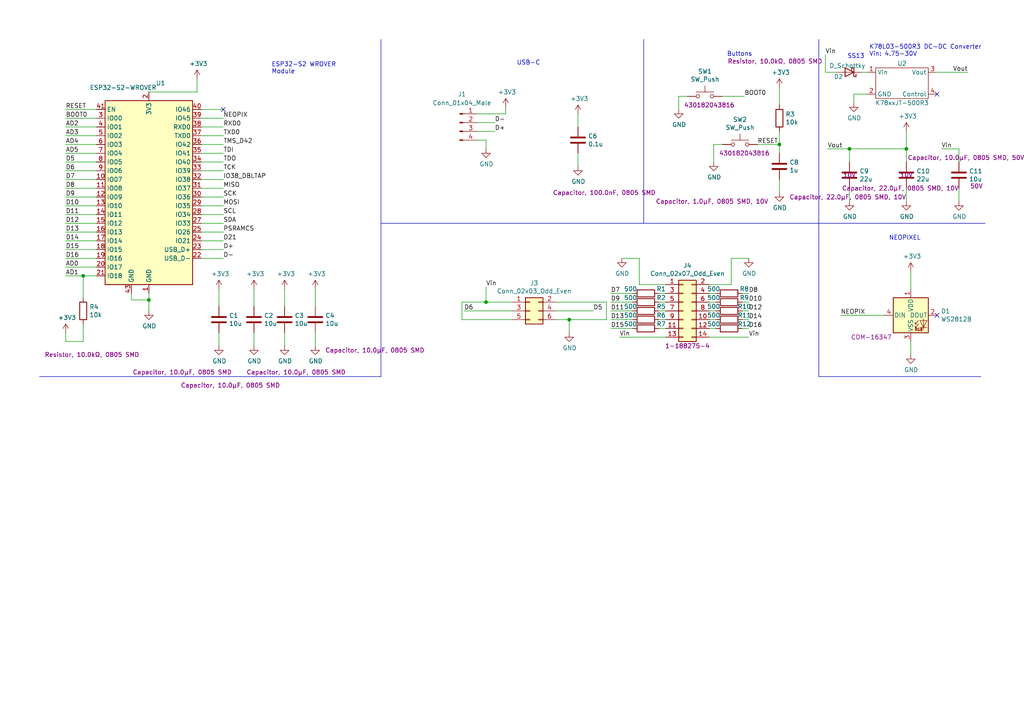
<source format=kicad_sch>
(kicad_sch (version 20230121) (generator eeschema)
  (paper "A4")
  (lib_symbols
    (symbol "Connector:Conn_01x04_Male" (pin_names (offset 1.016) hide)
      (property "Reference" "J" (at 0 5.08 0))
      (property "Value" "Conn_01x04_Male" (at 0 -7.62 0))
      (symbol "Conn_01x04_Male_1_1"
        (polyline (pts (xy 1.27 -5.08) (xy 0.8636 -5.08)) (stroke (width 0.1524)))
        (polyline (pts (xy 1.27 -2.54) (xy 0.8636 -2.54)) (stroke (width 0.1524)))
        (polyline (pts (xy 1.27 0) (xy 0.8636 0)) (stroke (width 0.1524)))
        (polyline (pts (xy 1.27 2.54) (xy 0.8636 2.54)) (stroke (width 0.1524)))
        (rectangle (start 0.8636 -4.953) (end 0 -5.207) (stroke (width 0.1524)) (fill (type outline)))
        (rectangle (start 0.8636 -2.413) (end 0 -2.667) (stroke (width 0.1524)) (fill (type outline)))
        (rectangle (start 0.8636 0.127) (end 0 -0.127) (stroke (width 0.1524)) (fill (type outline)))
        (rectangle (start 0.8636 2.667) (end 0 2.413) (stroke (width 0.1524)) (fill (type outline)))
        (pin passive line (at 5.08 2.54 180) (length 3.81) (name "Pin_1") (number "1"))
        (pin passive line (at 5.08 0 180) (length 3.81) (name "Pin_2") (number "2"))
        (pin passive line (at 5.08 -2.54 180) (length 3.81) (name "Pin_3") (number "3"))
        (pin passive line (at 5.08 -5.08 180) (length 3.81) (name "Pin_4") (number "4"))
      )
    )
    (symbol "Connector_Generic:Conn_02x03_Odd_Even" (pin_names (offset 1.016) hide)
      (property "Reference" "J" (at 1.27 5.08 0))
      (property "Value" "Conn_02x03_Odd_Even" (at 1.27 -5.08 0))
      (symbol "Conn_02x03_Odd_Even_1_1"
        (rectangle (start -1.27 -2.413) (end 0 -2.667) (stroke (width 0.1524)))
        (rectangle (start -1.27 0.127) (end 0 -0.127) (stroke (width 0.1524)))
        (rectangle (start -1.27 2.667) (end 0 2.413) (stroke (width 0.1524)))
        (rectangle (start -1.27 3.81) (end 3.81 -3.81) (stroke (width 0.254)) (fill (type background)))
        (rectangle (start 3.81 -2.413) (end 2.54 -2.667) (stroke (width 0.1524)))
        (rectangle (start 3.81 0.127) (end 2.54 -0.127) (stroke (width 0.1524)))
        (rectangle (start 3.81 2.667) (end 2.54 2.413) (stroke (width 0.1524)))
        (pin passive line (at -5.08 2.54 0) (length 3.81) (name "Pin_1") (number "1"))
        (pin passive line (at 7.62 2.54 180) (length 3.81) (name "Pin_2") (number "2"))
        (pin passive line (at -5.08 0 0) (length 3.81) (name "Pin_3") (number "3"))
        (pin passive line (at 7.62 0 180) (length 3.81) (name "Pin_4") (number "4"))
        (pin passive line (at -5.08 -2.54 0) (length 3.81) (name "Pin_5") (number "5"))
        (pin passive line (at 7.62 -2.54 180) (length 3.81) (name "Pin_6") (number "6"))
      )
    )
    (symbol "Connector_Generic:Conn_02x07_Odd_Even" (pin_names (offset 1.016) hide)
      (property "Reference" "J" (at 1.27 10.16 0))
      (property "Value" "Conn_02x07_Odd_Even" (at 1.27 -10.16 0))
      (symbol "Conn_02x07_Odd_Even_1_1"
        (rectangle (start -1.27 -7.493) (end 0 -7.747) (stroke (width 0.1524)))
        (rectangle (start -1.27 -4.953) (end 0 -5.207) (stroke (width 0.1524)))
        (rectangle (start -1.27 -2.413) (end 0 -2.667) (stroke (width 0.1524)))
        (rectangle (start -1.27 0.127) (end 0 -0.127) (stroke (width 0.1524)))
        (rectangle (start -1.27 2.667) (end 0 2.413) (stroke (width 0.1524)))
        (rectangle (start -1.27 5.207) (end 0 4.953) (stroke (width 0.1524)))
        (rectangle (start -1.27 7.747) (end 0 7.493) (stroke (width 0.1524)))
        (rectangle (start -1.27 8.89) (end 3.81 -8.89) (stroke (width 0.254)) (fill (type background)))
        (rectangle (start 3.81 -7.493) (end 2.54 -7.747) (stroke (width 0.1524)))
        (rectangle (start 3.81 -4.953) (end 2.54 -5.207) (stroke (width 0.1524)))
        (rectangle (start 3.81 -2.413) (end 2.54 -2.667) (stroke (width 0.1524)))
        (rectangle (start 3.81 0.127) (end 2.54 -0.127) (stroke (width 0.1524)))
        (rectangle (start 3.81 2.667) (end 2.54 2.413) (stroke (width 0.1524)))
        (rectangle (start 3.81 5.207) (end 2.54 4.953) (stroke (width 0.1524)))
        (rectangle (start 3.81 7.747) (end 2.54 7.493) (stroke (width 0.1524)))
        (pin passive line (at -5.08 7.62 0) (length 3.81) (name "Pin_1") (number "1"))
        (pin passive line (at 7.62 -2.54 180) (length 3.81) (name "Pin_10") (number "10"))
        (pin passive line (at -5.08 -5.08 0) (length 3.81) (name "Pin_11") (number "11"))
        (pin passive line (at 7.62 -5.08 180) (length 3.81) (name "Pin_12") (number "12"))
        (pin passive line (at -5.08 -7.62 0) (length 3.81) (name "Pin_13") (number "13"))
        (pin passive line (at 7.62 -7.62 180) (length 3.81) (name "Pin_14") (number "14"))
        (pin passive line (at 7.62 7.62 180) (length 3.81) (name "Pin_2") (number "2"))
        (pin passive line (at -5.08 5.08 0) (length 3.81) (name "Pin_3") (number "3"))
        (pin passive line (at 7.62 5.08 180) (length 3.81) (name "Pin_4") (number "4"))
        (pin passive line (at -5.08 2.54 0) (length 3.81) (name "Pin_5") (number "5"))
        (pin passive line (at 7.62 2.54 180) (length 3.81) (name "Pin_6") (number "6"))
        (pin passive line (at -5.08 0 0) (length 3.81) (name "Pin_7") (number "7"))
        (pin passive line (at 7.62 0 180) (length 3.81) (name "Pin_8") (number "8"))
        (pin passive line (at -5.08 -2.54 0) (length 3.81) (name "Pin_9") (number "9"))
      )
    )
    (symbol "Custom:ESP32-S2-WROVER"
      (property "Reference" "U" (at -12.7 29.21 0))
      (property "Value" "ESP32-S2-WROVER" (at 2.54 29.21 0))
      (symbol "ESP32-S2-WROVER_0_1"
        (rectangle (start -12.7 27.94) (end 12.7 -25.4) (stroke (width 0.254)) (fill (type background)))
      )
      (symbol "ESP32-S2-WROVER_1_1"
        (pin power_in line (at 0 -27.94 90) (length 2.54) (name "GND") (number "1"))
        (pin bidirectional line (at -15.24 5.08 0) (length 2.54) (name "IO07") (number "10"))
        (pin bidirectional line (at -15.24 2.54 0) (length 2.54) (name "IO08") (number "11"))
        (pin bidirectional line (at -15.24 0 0) (length 2.54) (name "IO09") (number "12"))
        (pin bidirectional line (at -15.24 -2.54 0) (length 2.54) (name "IO10") (number "13"))
        (pin bidirectional line (at -15.24 -5.08 0) (length 2.54) (name "IO11") (number "14"))
        (pin bidirectional line (at -15.24 -7.62 0) (length 2.54) (name "IO12") (number "15"))
        (pin bidirectional line (at -15.24 -10.16 0) (length 2.54) (name "IO13") (number "16"))
        (pin bidirectional line (at -15.24 -12.7 0) (length 2.54) (name "IO14") (number "17"))
        (pin bidirectional line (at -15.24 -15.24 0) (length 2.54) (name "IO15") (number "18"))
        (pin bidirectional line (at -15.24 -17.78 0) (length 2.54) (name "IO16") (number "19"))
        (pin power_in line (at 0 30.48 270) (length 2.54) (name "3V3") (number "2"))
        (pin bidirectional line (at -15.24 -20.32 0) (length 2.54) (name "IO17") (number "20"))
        (pin bidirectional line (at -15.24 -22.86 0) (length 2.54) (name "IO18") (number "21"))
        (pin bidirectional line (at 15.24 -17.78 180) (length 2.54) (name "USB_D-") (number "22"))
        (pin bidirectional line (at 15.24 -15.24 180) (length 2.54) (name "USB_D+") (number "23"))
        (pin bidirectional line (at 15.24 -12.7 180) (length 2.54) (name "IO21") (number "24"))
        (pin bidirectional line (at 15.24 -10.16 180) (length 2.54) (name "IO26") (number "25"))
        (pin passive line (at 0 -27.94 90) (length 2.54) hide (name "GND") (number "26"))
        (pin bidirectional line (at 15.24 -7.62 180) (length 2.54) (name "IO33") (number "27"))
        (pin bidirectional line (at 15.24 -5.08 180) (length 2.54) (name "IO34") (number "28"))
        (pin bidirectional line (at 15.24 -2.54 180) (length 2.54) (name "IO35") (number "29"))
        (pin bidirectional line (at -15.24 22.86 0) (length 2.54) (name "IO00") (number "3"))
        (pin bidirectional line (at 15.24 0 180) (length 2.54) (name "IO36") (number "30"))
        (pin bidirectional line (at 15.24 2.54 180) (length 2.54) (name "IO37") (number "31"))
        (pin bidirectional line (at 15.24 5.08 180) (length 2.54) (name "IO38") (number "32"))
        (pin bidirectional line (at 15.24 7.62 180) (length 2.54) (name "IO39") (number "33"))
        (pin bidirectional line (at 15.24 10.16 180) (length 2.54) (name "IO40") (number "34"))
        (pin bidirectional line (at 15.24 12.7 180) (length 2.54) (name "IO41") (number "35"))
        (pin bidirectional line (at 15.24 15.24 180) (length 2.54) (name "IO42") (number "36"))
        (pin bidirectional line (at 15.24 17.78 180) (length 2.54) (name "TXD0") (number "37"))
        (pin bidirectional line (at 15.24 20.32 180) (length 2.54) (name "RXD0") (number "38"))
        (pin bidirectional line (at 15.24 22.86 180) (length 2.54) (name "IO45") (number "39"))
        (pin bidirectional line (at -15.24 20.32 0) (length 2.54) (name "IO01") (number "4"))
        (pin input line (at 15.24 25.4 180) (length 2.54) (name "IO46") (number "40"))
        (pin input line (at -15.24 25.4 0) (length 2.54) (name "EN") (number "41"))
        (pin passive line (at 0 -27.94 90) (length 2.54) hide (name "GND") (number "42"))
        (pin passive line (at -5.08 -27.94 90) (length 2.54) (name "GND") (number "43"))
        (pin passive line (at -5.08 -27.94 90) (length 2.54) hide (name "GND") (number "44"))
        (pin passive line (at -5.08 -27.94 90) (length 2.54) hide (name "GND") (number "45"))
        (pin passive line (at -5.08 -27.94 90) (length 2.54) hide (name "GND") (number "46"))
        (pin passive line (at -5.08 -27.94 90) (length 2.54) hide (name "GND") (number "47"))
        (pin passive line (at -5.08 -27.94 90) (length 2.54) hide (name "GND") (number "48"))
        (pin passive line (at -5.08 -27.94 90) (length 2.54) hide (name "GND") (number "49"))
        (pin bidirectional line (at -15.24 17.78 0) (length 2.54) (name "IO02") (number "5"))
        (pin passive line (at -5.08 -27.94 90) (length 2.54) hide (name "GND") (number "50"))
        (pin passive line (at -5.08 -27.94 90) (length 2.54) hide (name "GND") (number "51"))
        (pin bidirectional line (at -15.24 15.24 0) (length 2.54) (name "IO03") (number "6"))
        (pin bidirectional line (at -15.24 12.7 0) (length 2.54) (name "IO04") (number "7"))
        (pin bidirectional line (at -15.24 10.16 0) (length 2.54) (name "IO05") (number "8"))
        (pin bidirectional line (at -15.24 7.62 0) (length 2.54) (name "IO06") (number "9"))
      )
    )
    (symbol "Custom:K78xxJT-500R3"
      (property "Reference" "U" (at 0 5.08 0))
      (property "Value" "K78xxJT-500R3" (at 0 -6.35 0))
      (symbol "K78xxJT-500R3_0_1"
        (rectangle (start -7.62 3.81) (end 7.62 -5.08))
      )
      (symbol "K78xxJT-500R3_1_1"
        (pin power_in line (at -10.16 2.54 0) (length 2.54) (name "Vin") (number "1"))
        (pin input line (at -10.16 -3.81 0) (length 2.54) (name "GND") (number "2"))
        (pin input line (at 10.16 2.54 180) (length 2.54) (name "Vout") (number "3"))
        (pin input line (at 10.16 -3.81 180) (length 2.54) (name "Control") (number "4"))
      )
    )
    (symbol "Device:C" (pin_numbers hide) (pin_names (offset 0.254))
      (property "Reference" "C" (at 0.635 2.54 0))
      (property "Value" "C" (at 0.635 -2.54 0))
      (symbol "C_0_1"
        (polyline (pts (xy -2.032 -0.762) (xy 2.032 -0.762)) (stroke (width 0.508)))
        (polyline (pts (xy -2.032 0.762) (xy 2.032 0.762)) (stroke (width 0.508)))
      )
      (symbol "C_1_1"
        (pin passive line (at 0 3.81 270) (length 2.794) (name "~") (number "1"))
        (pin passive line (at 0 -3.81 90) (length 2.794) (name "~") (number "2"))
      )
    )
    (symbol "Device:D_Schottky" (pin_numbers hide) (pin_names (offset 1.016) hide)
      (property "Reference" "D" (at 0 2.54 0))
      (property "Value" "D_Schottky" (at 0 -2.54 0))
      (symbol "D_Schottky_0_1"
        (polyline (pts (xy 1.27 0) (xy -1.27 0)))
        (polyline (pts (xy 1.27 1.27) (xy 1.27 -1.27) (xy -1.27 0) (xy 1.27 1.27)) (stroke (width 0.254)))
        (polyline (pts (xy -1.905 0.635) (xy -1.905 1.27) (xy -1.27 1.27) (xy -1.27 -1.27) (xy -0.635 -1.27) (xy -0.635 -0.635)) (stroke (width 0.254)))
      )
      (symbol "D_Schottky_1_1"
        (pin passive line (at -3.81 0 0) (length 2.54) (name "K") (number "1"))
        (pin passive line (at 3.81 0 180) (length 2.54) (name "A") (number "2"))
      )
    )
    (symbol "Device:R" (pin_numbers hide) (pin_names (offset 0))
      (property "Reference" "R" (at 2.032 0 90))
      (property "Value" "R" (at 0 0 90))
      (symbol "R_0_1"
        (rectangle (start -1.016 -2.54) (end 1.016 2.54) (stroke (width 0.254)))
      )
      (symbol "R_1_1"
        (pin passive line (at 0 3.81 270) (length 1.27) (name "~") (number "1"))
        (pin passive line (at 0 -3.81 90) (length 1.27) (name "~") (number "2"))
      )
    )
    (symbol "LED:WS2812B" (pin_names (offset 0.254))
      (property "Reference" "D" (at 5.08 5.715 0))
      (property "Value" "WS2812B" (at 1.27 -5.715 0))
      (symbol "WS2812B_0_0"
        (text "RGB" (at 2.286 -4.191 0) (effects (font (size 0.762 0.762))))
      )
      (symbol "WS2812B_0_1"
        (polyline (pts (xy 1.27 -3.556) (xy 1.778 -3.556)))
        (polyline (pts (xy 1.27 -2.54) (xy 1.778 -2.54)))
        (polyline (pts (xy 4.699 -3.556) (xy 2.667 -3.556)))
        (polyline (pts (xy 2.286 -2.54) (xy 1.27 -3.556) (xy 1.27 -3.048)))
        (polyline (pts (xy 2.286 -1.524) (xy 1.27 -2.54) (xy 1.27 -2.032)))
        (polyline (pts (xy 3.683 -1.016) (xy 3.683 -3.556) (xy 3.683 -4.064)))
        (polyline (pts (xy 4.699 -1.524) (xy 2.667 -1.524) (xy 3.683 -3.556) (xy 4.699 -1.524)))
        (rectangle (start 5.08 5.08) (end -5.08 -5.08) (stroke (width 0.254)) (fill (type background)))
      )
      (symbol "WS2812B_1_1"
        (pin power_in line (at 0 7.62 270) (length 2.54) (name "VDD") (number "1"))
        (pin output line (at 7.62 0 180) (length 2.54) (name "DOUT") (number "2"))
        (pin power_in line (at 0 -7.62 90) (length 2.54) (name "VSS") (number "3"))
        (pin input line (at -7.62 0 0) (length 2.54) (name "DIN") (number "4"))
      )
    )
    (symbol "Switch:SW_Push" (pin_numbers hide) (pin_names (offset 1.016) hide)
      (property "Reference" "SW" (at 1.27 2.54 0))
      (property "Value" "SW_Push" (at 0 -1.524 0))
      (symbol "SW_Push_0_1"
        (circle (center -2.032 0) (radius 0.508))
        (polyline (pts (xy 0 1.27) (xy 0 3.048)))
        (polyline (pts (xy 2.54 1.27) (xy -2.54 1.27)))
        (circle (center 2.032 0) (radius 0.508))
        (pin passive line (at -5.08 0 0) (length 2.54) (name "1") (number "1"))
        (pin passive line (at 5.08 0 180) (length 2.54) (name "2") (number "2"))
      )
    )
    (symbol "power:+3.3V" (power) (pin_names (offset 0))
      (property "Value" "+3.3V" (at 0 3.556 0))
      (symbol "+3.3V_0_1"
        (polyline (pts (xy -0.762 1.27) (xy 0 2.54)))
        (polyline (pts (xy 0 0) (xy 0 2.54)))
        (polyline (pts (xy 0 2.54) (xy 0.762 1.27)))
      )
      (symbol "+3.3V_1_1"
        (pin power_in line (at 0 0 90) (length 0) hide (name "+3V3") (number "1"))
      )
    )
    (symbol "power:GND" (power) (pin_names (offset 0))
      (property "Value" "GND" (at 0 -3.81 0))
      (symbol "GND_0_1"
        (polyline (pts (xy 0 0) (xy 0 -1.27) (xy 1.27 -1.27) (xy 0 -2.54) (xy -1.27 -1.27) (xy 0 -1.27)))
      )
      (symbol "GND_1_1"
        (pin power_in line (at 0 0 270) (length 0) hide (name "GND") (number "1"))
      )
    )
  )
  (junction (at 165.1 92.71))
  (junction (at 262.89 43.18))
  (junction (at 43.18 86.995))
  (junction (at 246.38 43.18))
  (junction (at 226.06 41.91))
  (junction (at 140.97 87.63))
  (junction (at 24.13 80.01))
  (no_connect (at 271.78 27.305))
  (no_connect (at 64.77 31.75))
  (no_connect (at 271.78 91.44))
  (wire (pts (xy 133.985 87.63) (xy 140.97 87.63)))
  (wire (pts (xy 278.13 54.61) (xy 278.13 58.42)))
  (wire (pts (xy 24.13 93.98) (xy 24.13 99.06)))
  (wire (pts (xy 27.94 41.91) (xy 19.05 41.91)))
  (wire (pts (xy 138.43 35.56) (xy 143.51 35.56)))
  (wire (pts (xy 134.62 90.17) (xy 148.59 90.17)))
  (wire (pts (xy 58.42 57.15) (xy 64.77 57.15)))
  (wire (pts (xy 161.29 90.17) (xy 172.085 90.17)))
  (wire (pts (xy 138.43 40.64) (xy 140.97 40.64)))
  (wire (pts (xy 38.1 85.09) (xy 38.1 86.995)))
  (wire (pts (xy 27.94 57.15) (xy 19.05 57.15)))
  (wire (pts (xy 264.16 99.06) (xy 264.16 102.87)))
  (wire (pts (xy 58.42 62.23) (xy 64.77 62.23)))
  (wire (pts (xy 205.74 90.17) (xy 207.645 90.17)))
  (wire (pts (xy 27.94 52.07) (xy 19.05 52.07)))
  (wire (pts (xy 27.94 39.37) (xy 19.05 39.37)))
  (wire (pts (xy 58.42 39.37) (xy 64.77 39.37)))
  (wire (pts (xy 250.19 20.955) (xy 251.46 20.955)))
  (wire (pts (xy 140.97 83.185) (xy 140.97 87.63)))
  (wire (pts (xy 205.74 82.55) (xy 212.09 82.55)))
  (wire (pts (xy 165.1 92.71) (xy 165.1 96.52)))
  (wire (pts (xy 193.04 82.55) (xy 185.42 82.55)))
  (wire (pts (xy 239.395 15.875) (xy 239.395 20.955)))
  (wire (pts (xy 63.5 100.33) (xy 63.5 96.52)))
  (wire (pts (xy 226.06 41.91) (xy 226.06 44.45)))
  (wire (pts (xy 27.94 34.29) (xy 19.05 34.29)))
  (wire (pts (xy 246.38 54.61) (xy 246.38 58.42)))
  (wire (pts (xy 226.06 52.07) (xy 226.06 55.88)))
  (wire (pts (xy 82.55 83.82) (xy 82.55 88.9)))
  (wire (pts (xy 191.135 92.71) (xy 193.04 92.71)))
  (wire (pts (xy 140.97 40.64) (xy 140.97 43.18)))
  (wire (pts (xy 205.74 95.25) (xy 207.645 95.25)))
  (wire (pts (xy 73.66 100.33) (xy 73.66 96.52)))
  (wire (pts (xy 179.705 97.79) (xy 193.04 97.79)))
  (wire (pts (xy 133.985 92.71) (xy 148.59 92.71)))
  (wire (pts (xy 191.135 95.25) (xy 193.04 95.25)))
  (wire (pts (xy 177.165 90.17) (xy 183.515 90.17)))
  (wire (pts (xy 58.42 36.83) (xy 64.77 36.83)))
  (wire (pts (xy 58.42 31.75) (xy 64.77 31.75)))
  (wire (pts (xy 27.94 49.53) (xy 19.05 49.53)))
  (wire (pts (xy 191.135 90.17) (xy 193.04 90.17)))
  (wire (pts (xy 58.42 41.91) (xy 64.77 41.91)))
  (wire (pts (xy 196.85 27.94) (xy 196.85 31.75)))
  (wire (pts (xy 19.05 31.75) (xy 27.94 31.75)))
  (wire (pts (xy 177.165 87.63) (xy 183.515 87.63)))
  (wire (pts (xy 246.38 43.18) (xy 262.89 43.18)))
  (wire (pts (xy 57.15 22.86) (xy 57.15 26.67)))
  (polyline (pts (xy 237.49 11.43) (xy 237.49 109.22)))
  (wire (pts (xy 212.09 74.93) (xy 212.09 82.55)))
  (wire (pts (xy 226.06 38.1) (xy 226.06 41.91)))
  (wire (pts (xy 251.46 27.305) (xy 247.65 27.305)))
  (wire (pts (xy 246.38 46.99) (xy 246.38 43.18)))
  (wire (pts (xy 205.74 92.71) (xy 207.645 92.71)))
  (wire (pts (xy 27.94 72.39) (xy 19.05 72.39)))
  (wire (pts (xy 82.55 100.33) (xy 82.55 96.52)))
  (wire (pts (xy 262.89 38.1) (xy 262.89 43.18)))
  (wire (pts (xy 138.43 33.02) (xy 146.685 33.02)))
  (wire (pts (xy 215.265 85.09) (xy 217.17 85.09)))
  (wire (pts (xy 24.13 80.01) (xy 19.05 80.01)))
  (wire (pts (xy 57.15 26.67) (xy 43.18 26.67)))
  (wire (pts (xy 185.42 74.93) (xy 185.42 82.55)))
  (wire (pts (xy 177.165 95.25) (xy 183.515 95.25)))
  (wire (pts (xy 167.64 44.45) (xy 167.64 48.26)))
  (wire (pts (xy 27.94 59.69) (xy 19.05 59.69)))
  (wire (pts (xy 58.42 72.39) (xy 64.77 72.39)))
  (wire (pts (xy 191.135 85.09) (xy 193.04 85.09)))
  (wire (pts (xy 205.74 97.79) (xy 217.17 97.79)))
  (wire (pts (xy 58.42 69.85) (xy 64.77 69.85)))
  (wire (pts (xy 58.42 34.29) (xy 64.77 34.29)))
  (wire (pts (xy 91.44 88.9) (xy 91.44 83.82)))
  (wire (pts (xy 58.42 49.53) (xy 64.77 49.53)))
  (wire (pts (xy 27.94 69.85) (xy 19.05 69.85)))
  (wire (pts (xy 247.65 27.305) (xy 247.65 29.845)))
  (wire (pts (xy 58.42 59.69) (xy 64.77 59.69)))
  (wire (pts (xy 27.94 74.93) (xy 19.05 74.93)))
  (wire (pts (xy 161.29 87.63) (xy 175.895 87.63)))
  (wire (pts (xy 58.42 67.31) (xy 64.77 67.31)))
  (wire (pts (xy 27.94 44.45) (xy 19.05 44.45)))
  (wire (pts (xy 133.985 92.71) (xy 133.985 87.63)))
  (wire (pts (xy 43.18 86.995) (xy 43.18 90.17)))
  (wire (pts (xy 27.94 36.83) (xy 19.05 36.83)))
  (wire (pts (xy 271.78 20.955) (xy 280.67 20.955)))
  (wire (pts (xy 27.94 46.99) (xy 19.05 46.99)))
  (wire (pts (xy 19.05 99.06) (xy 19.05 96.52)))
  (wire (pts (xy 207.01 41.91) (xy 207.01 46.99)))
  (wire (pts (xy 138.43 38.1) (xy 143.51 38.1)))
  (wire (pts (xy 58.42 74.93) (xy 64.77 74.93)))
  (wire (pts (xy 219.71 41.91) (xy 226.06 41.91)))
  (wire (pts (xy 73.66 88.9) (xy 73.66 83.82)))
  (wire (pts (xy 191.135 87.63) (xy 193.04 87.63)))
  (polyline (pts (xy 237.49 109.22) (xy 284.48 109.22)))
  (wire (pts (xy 199.39 27.94) (xy 196.85 27.94)))
  (wire (pts (xy 27.94 67.31) (xy 19.05 67.31)))
  (wire (pts (xy 226.06 30.48) (xy 226.06 25.4)))
  (polyline (pts (xy 186.69 11.43) (xy 186.69 64.77)))
  (wire (pts (xy 58.42 64.77) (xy 64.77 64.77)))
  (wire (pts (xy 63.5 83.82) (xy 63.5 88.9)))
  (wire (pts (xy 165.1 92.71) (xy 175.895 92.71)))
  (wire (pts (xy 27.94 62.23) (xy 19.05 62.23)))
  (wire (pts (xy 262.89 46.99) (xy 262.89 43.18)))
  (wire (pts (xy 264.16 78.74) (xy 264.16 83.82)))
  (wire (pts (xy 209.55 41.91) (xy 207.01 41.91)))
  (wire (pts (xy 27.94 54.61) (xy 19.05 54.61)))
  (wire (pts (xy 24.13 99.06) (xy 19.05 99.06)))
  (wire (pts (xy 161.29 92.71) (xy 165.1 92.71)))
  (wire (pts (xy 43.18 85.09) (xy 43.18 86.995)))
  (wire (pts (xy 278.13 43.18) (xy 273.05 43.18)))
  (wire (pts (xy 239.395 20.955) (xy 242.57 20.955)))
  (wire (pts (xy 262.89 54.61) (xy 262.89 58.42)))
  (wire (pts (xy 58.42 52.07) (xy 64.77 52.07)))
  (polyline (pts (xy 110.49 11.43) (xy 110.49 109.22)))
  (wire (pts (xy 38.1 86.995) (xy 43.18 86.995)))
  (wire (pts (xy 185.42 74.93) (xy 180.34 74.93)))
  (wire (pts (xy 256.54 91.44) (xy 243.84 91.44)))
  (wire (pts (xy 205.74 87.63) (xy 207.645 87.63)))
  (wire (pts (xy 177.165 85.09) (xy 183.515 85.09)))
  (wire (pts (xy 212.09 74.93) (xy 217.17 74.93)))
  (wire (pts (xy 91.44 100.33) (xy 91.44 96.52)))
  (wire (pts (xy 58.42 46.99) (xy 64.77 46.99)))
  (wire (pts (xy 177.165 92.71) (xy 183.515 92.71)))
  (wire (pts (xy 27.94 64.77) (xy 19.05 64.77)))
  (wire (pts (xy 246.38 43.18) (xy 240.03 43.18)))
  (wire (pts (xy 175.895 87.63) (xy 175.895 92.71)))
  (polyline (pts (xy 110.49 109.22) (xy 11.43 109.22)))
  (wire (pts (xy 58.42 54.61) (xy 64.77 54.61)))
  (wire (pts (xy 215.265 87.63) (xy 217.17 87.63)))
  (wire (pts (xy 215.265 95.25) (xy 217.17 95.25)))
  (wire (pts (xy 27.94 80.01) (xy 24.13 80.01)))
  (wire (pts (xy 215.265 90.17) (xy 217.17 90.17)))
  (wire (pts (xy 27.94 77.47) (xy 19.05 77.47)))
  (wire (pts (xy 58.42 44.45) (xy 64.77 44.45)))
  (polyline (pts (xy 110.49 64.77) (xy 285.75 64.77)))
  (wire (pts (xy 146.685 33.02) (xy 146.685 31.115)))
  (wire (pts (xy 215.265 92.71) (xy 217.17 92.71)))
  (wire (pts (xy 24.13 86.36) (xy 24.13 80.01)))
  (wire (pts (xy 205.74 85.09) (xy 207.645 85.09)))
  (wire (pts (xy 140.97 87.63) (xy 148.59 87.63)))
  (wire (pts (xy 167.64 33.02) (xy 167.64 36.83)))
  (wire (pts (xy 278.13 46.99) (xy 278.13 43.18)))
  (wire (pts (xy 209.55 27.94) (xy 215.9 27.94)))
  (text "Buttons" (at 210.82 16.51 0) (effects (font (size 1.27 1.27)) (justify left bottom)))
  (text "K78L03-500R3 DC-DC Converter\nVin: 4.75-30V" (at 252.095 16.51 0) (effects (font (size 1.27 1.27)) (justify left bottom)))
  (text "NEOPIXEL" (at 257.81 69.85 0) (effects (font (size 1.27 1.27)) (justify left bottom)))
  (text "ESP32-S2 WROVER\nModule" (at 78.74 21.59 0) (effects (font (size 1.27 1.27)) (justify left bottom)))
  (text "USB-C" (at 149.86 19.05 0) (effects (font (size 1.27 1.27)) (justify left bottom)))
  (text "SS13" (at 245.745 17.145 0) (effects (font (size 1.27 1.27)) (justify left bottom)))
  (label "Vin" (at 273.05 43.18 0))
  (label "BOOT0" (at 215.9 27.94 0))
  (label "AD4" (at 19.05 41.91 0))
  (label "D10" (at 19.05 59.69 0))
  (label "PSRAMCS" (at 64.77 67.31 0))
  (label "D+" (at 143.51 38.1 0))
  (label "D12" (at 19.05 64.77 0))
  (label "D6" (at 19.05 49.53 0))
  (label "TDI" (at 64.77 44.45 0))
  (label "AD2" (at 19.05 36.83 0))
  (label "MOSI" (at 64.77 59.69 0))
  (label "D7" (at 19.05 52.07 0))
  (label "D15" (at 19.05 72.39 0))
  (label "D6" (at 134.62 90.17 0))
  (label "D-" (at 64.77 74.93 0))
  (label "SCK" (at 64.77 57.15 0))
  (label "D14" (at 217.17 92.71 0))
  (label "TXD0" (at 64.77 39.37 0))
  (label "AD3" (at 19.05 39.37 0))
  (label "D8" (at 217.17 85.09 0))
  (label "Vout" (at 280.67 20.955 180))
  (label "RESET" (at 219.71 41.91 0))
  (label "RESET" (at 19.05 31.75 0))
  (label "D15" (at 177.165 95.25 0))
  (label "D14" (at 19.05 69.85 0))
  (label "TMS_D42" (at 64.77 41.91 0))
  (label "D9" (at 177.165 87.63 0))
  (label "D-" (at 143.51 35.56 0))
  (label "D9" (at 19.05 57.15 0))
  (label "Vin" (at 179.705 97.79 0))
  (label "D13" (at 19.05 67.31 0))
  (label "D10" (at 217.17 87.63 0))
  (label "AD0" (at 19.05 77.47 0))
  (label "AD5" (at 19.05 44.45 0))
  (label "NEOPIX" (at 64.77 34.29 0))
  (label "D5" (at 172.085 90.17 0))
  (label "TDO" (at 64.77 46.99 0))
  (label "D13" (at 177.165 92.71 0))
  (label "Vin" (at 217.17 97.79 0))
  (label "AD1" (at 19.05 80.01 0))
  (label "Vout" (at 240.03 43.18 0))
  (label "IO38_DBLTAP" (at 64.77 52.07 0))
  (label "D7" (at 177.165 85.09 0))
  (label "BOOT0" (at 19.05 34.29 0))
  (label "MISO" (at 64.77 54.61 0))
  (label "D16" (at 217.17 95.25 0))
  (label "SCL" (at 64.77 62.23 0))
  (label "SDA" (at 64.77 64.77 0))
  (label "D21" (at 64.77 69.85 0))
  (label "RXD0" (at 64.77 36.83 0))
  (label "D5" (at 19.05 46.99 0))
  (label "D+" (at 64.77 72.39 0))
  (label "Vin" (at 140.97 83.185 0))
  (label "D11" (at 19.05 62.23 0))
  (label "NEOPIX" (at 243.84 91.44 0))
  (label "D12" (at 217.17 90.17 0))
  (label "TCK" (at 64.77 49.53 0))
  (label "Vin" (at 239.395 15.875 0))
  (label "D11" (at 177.165 90.17 0))
  (label "D16" (at 19.05 74.93 0))
  (label "D8" (at 19.05 54.61 0))
  (symbol (lib_id "power:GND") (at 180.34 74.93 0) (unit 1)
    (property "Reference" "#PWR032" (effects hide))
    (property "Value" "GND" (at 180.467 79.3242 0))
  )
  (symbol (lib_id "power:GND") (at 165.1 96.52 0) (unit 1)
    (property "Reference" "#PWR030" (effects hide))
    (property "Value" "GND" (at 165.227 100.9142 0))
  )
  (symbol (lib_id "power:GND") (at 43.18 90.17 0) (unit 1)
    (property "Reference" "#PWR01" (effects hide))
    (property "Value" "GND" (at 43.307 94.5642 0))
  )
  (symbol (lib_id "Device:C") (at 63.5 92.71 0) (unit 1)
    (property "Reference" "C1" (at 66.421 91.5416 0) (effects (justify left)))
    (property "Value" "10u" (at 66.421 93.853 0) (effects (justify left)))
    (property "Footprint" "Capacitor_SMD:C_0805_2012Metric_Pad1.18x1.45mm_HandSolder" (effects hide))
    (property "MPN" "Capacitor, 10.0µF, 0805 SMD " (at 53.34 107.95 0))
  )
  (symbol (lib_id "Device:C") (at 73.66 92.71 0) (unit 1)
    (property "Reference" "C2" (at 76.581 91.5416 0) (effects (justify left)))
    (property "Value" "10u" (at 76.581 93.853 0) (effects (justify left)))
    (property "Footprint" "Capacitor_SMD:C_0805_2012Metric_Pad1.18x1.45mm_HandSolder" (effects hide))
    (property "MPN" "Capacitor, 10.0µF, 0805 SMD " (at 67.31 111.76 0))
  )
  (symbol (lib_id "Device:C") (at 82.55 92.71 0) (unit 1)
    (property "Reference" "C3" (at 85.471 91.5416 0) (effects (justify left)))
    (property "Value" "10u" (at 85.471 93.853 0) (effects (justify left)))
    (property "Footprint" "Capacitor_SMD:C_0805_2012Metric_Pad1.18x1.45mm_HandSolder" (effects hide))
    (property "MPN" "Capacitor, 10.0µF, 0805 SMD " (at 86.36 107.95 0))
  )
  (symbol (lib_id "Device:C") (at 91.44 92.71 0) (unit 1)
    (property "Reference" "C4" (at 94.361 91.5416 0) (effects (justify left)))
    (property "Value" "10u" (at 94.361 93.853 0) (effects (justify left)))
    (property "Footprint" "Capacitor_SMD:C_0805_2012Metric_Pad1.18x1.45mm_HandSolder" (effects hide))
    (property "MPN" "Capacitor, 10.0µF, 0805 SMD " (at 109.22 101.6 0))
  )
  (symbol (lib_id "power:GND") (at 63.5 100.33 0) (unit 1)
    (property "Reference" "#PWR04" (effects hide))
    (property "Value" "GND" (at 63.627 104.7242 0))
  )
  (symbol (lib_id "power:GND") (at 73.66 100.33 0) (unit 1)
    (property "Reference" "#PWR06" (effects hide))
    (property "Value" "GND" (at 73.787 104.7242 0))
  )
  (symbol (lib_id "power:GND") (at 82.55 100.33 0) (unit 1)
    (property "Reference" "#PWR08" (effects hide))
    (property "Value" "GND" (at 82.677 104.7242 0))
  )
  (symbol (lib_id "power:GND") (at 91.44 100.33 0) (unit 1)
    (property "Reference" "#PWR010" (effects hide))
    (property "Value" "GND" (at 91.567 104.7242 0))
  )
  (symbol (lib_id "Connector_Generic:Conn_02x03_Odd_Even") (at 153.67 90.17 0) (unit 1)
    (property "Reference" "J3" (at 154.94 82.1182 0))
    (property "Value" "Conn_02x03_Odd_Even" (at 154.94 84.4296 0))
    (property "Footprint" "Connector_PinHeader_2.54mm:PinHeader_2x03_P2.54mm_Vertical" (effects hide))
    (property "MPN" "SSW-103-01-F-D" (effects hide))
  )
  (symbol (lib_id "power:+3.3V") (at 57.15 22.86 0) (unit 1)
    (property "Reference" "#PWR02" (effects hide))
    (property "Value" "+3.3V" (at 57.531 18.4658 0))
  )
  (symbol (lib_id "power:+3.3V") (at 63.5 83.82 0) (unit 1)
    (property "Reference" "#PWR03" (effects hide))
    (property "Value" "+3.3V" (at 63.881 79.4258 0))
  )
  (symbol (lib_id "power:+3.3V") (at 73.66 83.82 0) (unit 1)
    (property "Reference" "#PWR05" (effects hide))
    (property "Value" "+3.3V" (at 74.041 79.4258 0))
  )
  (symbol (lib_id "power:+3.3V") (at 82.55 83.82 0) (unit 1)
    (property "Reference" "#PWR07" (effects hide))
    (property "Value" "+3.3V" (at 82.931 79.4258 0))
  )
  (symbol (lib_id "power:+3.3V") (at 91.44 83.82 0) (unit 1)
    (property "Reference" "#PWR09" (effects hide))
    (property "Value" "+3.3V" (at 91.821 79.4258 0))
  )
  (symbol (lib_id "power:GND") (at 247.65 29.845 0) (unit 1)
    (property "Reference" "#PWR023" (effects hide))
    (property "Value" "GND" (at 247.777 34.2392 0))
  )
  (symbol (lib_id "Device:C") (at 246.38 50.8 0) (unit 1)
    (property "Reference" "C9" (at 249.301 49.6316 0) (effects (justify left)))
    (property "Value" "22u" (at 249.301 51.943 0) (effects (justify left)))
    (property "Footprint" "Capacitor_SMD:C_0805_2012Metric_Pad1.18x1.45mm_HandSolder" (effects hide))
    (property "Voltage" "10V" (at 246.38 50.8 0))
    (property "MPN" "Capacitor, 22.0µF, 0805 SMD, 10V " (at 246.38 57.15 0))
  )
  (symbol (lib_id "Connector_Generic:Conn_02x07_Odd_Even") (at 198.12 90.17 0) (unit 1)
    (property "Reference" "J4" (at 199.39 77.0382 0))
    (property "Value" "Conn_02x07_Odd_Even" (at 199.39 79.3496 0))
    (property "Footprint" "Custom:TE_Micromatch_2,54_14_SMD" (effects hide))
    (property "MPN" "1-188275-4" (at 199.39 100.33 0))
  )
  (symbol (lib_id "Device:C") (at 262.89 50.8 0) (unit 1)
    (property "Reference" "C10" (at 265.811 49.6316 0) (effects (justify left)))
    (property "Value" "22u" (at 265.811 51.943 0) (effects (justify left)))
    (property "Footprint" "Capacitor_SMD:C_0805_2012Metric_Pad1.18x1.45mm_HandSolder" (effects hide))
    (property "Voltage" "10V" (at 262.89 50.8 0))
    (property "MPN" "Capacitor, 22.0µF, 0805 SMD, 10V " (at 261.62 54.61 0))
  )
  (symbol (lib_id "Device:C") (at 278.13 50.8 0) (unit 1)
    (property "Reference" "C11" (at 281.051 49.6316 0) (effects (justify left)))
    (property "Value" "10u" (at 281.051 51.943 0) (effects (justify left)))
    (property "Footprint" "Capacitor_SMD:C_0805_2012Metric_Pad1.18x1.45mm_HandSolder" (effects hide))
    (property "Voltage" "50V" (at 283.21 53.975 0))
    (property "MPN" "Capacitor, 10.0µF, 0805 SMD, 50V " (at 280.67 45.72 0))
  )
  (symbol (lib_id "power:GND") (at 217.17 74.93 0) (unit 1)
    (property "Reference" "#PWR017" (effects hide))
    (property "Value" "GND" (at 217.297 79.3242 0))
  )
  (symbol (lib_id "power:GND") (at 246.38 58.42 0) (unit 1)
    (property "Reference" "#PWR022" (effects hide))
    (property "Value" "GND" (at 246.507 62.8142 0))
  )
  (symbol (lib_id "power:GND") (at 262.89 58.42 0) (unit 1)
    (property "Reference" "#PWR025" (effects hide))
    (property "Value" "GND" (at 263.017 62.8142 0))
  )
  (symbol (lib_id "power:GND") (at 278.13 58.42 0) (unit 1)
    (property "Reference" "#PWR028" (effects hide))
    (property "Value" "GND" (at 278.257 62.8142 0))
  )
  (symbol (lib_id "power:+3.3V") (at 262.89 38.1 0) (unit 1)
    (property "Reference" "#PWR024" (effects hide))
    (property "Value" "+3.3V" (at 263.271 33.7058 0))
  )
  (symbol (lib_id "Switch:SW_Push") (at 214.63 41.91 0) (unit 1)
    (property "Reference" "SW2" (at 214.63 34.671 0))
    (property "Value" "SW_Push" (at 214.63 36.9824 0))
    (property "Footprint" "Button_Switch_SMD:SW_SPST_B3S-1000" (effects hide))
    (property "MPN" "430182043816" (at 215.9 44.45 0))
  )
  (symbol (lib_id "Switch:SW_Push") (at 204.47 27.94 0) (unit 1)
    (property "Reference" "SW1" (at 204.47 20.701 0))
    (property "Value" "SW_Push" (at 204.47 23.0124 0))
    (property "Footprint" "Button_Switch_SMD:SW_SPST_B3S-1000" (effects hide))
    (property "MPN" "430182043816" (at 205.74 30.48 0))
  )
  (symbol (lib_id "power:GND") (at 196.85 31.75 0) (unit 1)
    (property "Reference" "#PWR018" (effects hide))
    (property "Value" "GND" (at 196.977 36.1442 0))
  )
  (symbol (lib_id "power:GND") (at 207.01 46.99 0) (unit 1)
    (property "Reference" "#PWR019" (effects hide))
    (property "Value" "GND" (at 207.137 51.3842 0))
  )
  (symbol (lib_id "Device:C") (at 226.06 48.26 0) (unit 1)
    (property "Reference" "C8" (at 228.981 47.0916 0) (effects (justify left)))
    (property "Value" "1u" (at 228.981 49.403 0) (effects (justify left)))
    (property "Footprint" "Capacitor_SMD:C_0805_2012Metric_Pad1.18x1.45mm_HandSolder" (effects hide))
    (property "MPN" "Capacitor, 1.0µF, 0805 SMD, 10V " (at 207.01 58.42 0))
  )
  (symbol (lib_id "power:GND") (at 226.06 55.88 0) (unit 1)
    (property "Reference" "#PWR021" (effects hide))
    (property "Value" "GND" (at 226.187 60.2742 0))
  )
  (symbol (lib_id "Device:R") (at 226.06 34.29 0) (unit 1)
    (property "Reference" "R3" (at 227.838 33.1216 0) (effects (justify left)))
    (property "Value" "10k" (at 227.838 35.433 0) (effects (justify left)))
    (property "Footprint" "Resistor_SMD:R_0805_2012Metric_Pad1.20x1.40mm_HandSolder" (effects hide))
    (property "MPN" "Resistor, 10.0kΩ, 0805 SMD" (at 224.79 17.78 0))
  )
  (symbol (lib_id "power:+3.3V") (at 226.06 25.4 0) (unit 1)
    (property "Reference" "#PWR020" (effects hide))
    (property "Value" "+3.3V" (at 226.441 21.0058 0))
  )
  (symbol (lib_id "LED:WS2812B") (at 264.16 91.44 0) (unit 1)
    (property "Reference" "D1" (at 272.8976 90.2716 0) (effects (justify left)))
    (property "Value" "WS2812B" (at 272.8976 92.583 0) (effects (justify left)))
    (property "Footprint" "LED_SMD:LED_WS2812B_PLCC4_5.0x5.0mm_P3.2mm" (effects hide))
    (property "Datasheet" "https://cdn-shop.adafruit.com/datasheets/WS2812B.pdf" (effects hide))
    (property "MPN" "COM-16347" (at 252.73 97.79 0))
  )
  (symbol (lib_id "power:+3.3V") (at 264.16 78.74 0) (unit 1)
    (property "Reference" "#PWR026" (effects hide))
    (property "Value" "+3.3V" (at 264.541 74.3458 0))
  )
  (symbol (lib_id "power:GND") (at 264.16 102.87 0) (unit 1)
    (property "Reference" "#PWR027" (effects hide))
    (property "Value" "GND" (at 264.287 107.2642 0))
  )
  (symbol (lib_id "power:GND") (at 140.97 43.18 0) (unit 1)
    (property "Reference" "#PWR011" (effects hide))
    (property "Value" "GND" (at 141.097 47.5742 0))
  )
  (symbol (lib_id "Device:R") (at 24.13 90.17 0) (unit 1)
    (property "Reference" "R4" (at 25.908 89.0016 0) (effects (justify left)))
    (property "Value" "10k" (at 25.908 91.313 0) (effects (justify left)))
    (property "Footprint" "Resistor_SMD:R_0805_2012Metric_Pad1.20x1.40mm_HandSolder" (effects hide))
    (property "MPN" "Resistor, 10.0kΩ, 0805 SMD" (at 26.67 102.87 0))
  )
  (symbol (lib_id "power:+3.3V") (at 19.05 96.52 0) (unit 1)
    (property "Reference" "#PWR029" (effects hide))
    (property "Value" "+3.3V" (at 19.431 92.1258 0))
  )
  (symbol (lib_id "Device:C") (at 167.64 40.64 0) (unit 1)
    (property "Reference" "C6" (at 170.561 39.4716 0) (effects (justify left)))
    (property "Value" "0.1u" (at 170.561 41.783 0) (effects (justify left)))
    (property "Footprint" "Capacitor_SMD:C_0805_2012Metric_Pad1.18x1.45mm_HandSolder" (effects hide))
    (property "MPN" "Capacitor, 100.0nF, 0805 SMD" (at 175.26 55.88 0))
  )
  (symbol (lib_id "power:GND") (at 167.64 48.26 0) (unit 1)
    (property "Reference" "#PWR016" (effects hide))
    (property "Value" "GND" (at 167.767 52.6542 0))
  )
  (symbol (lib_id "power:+3.3V") (at 167.64 33.02 0) (unit 1)
    (property "Reference" "#PWR015" (effects hide))
    (property "Value" "+3.3V" (at 168.021 28.6258 0))
  )
  (symbol (lib_id "Device:R") (at 211.455 85.09 90) (unit 1)
    (property "Reference" "R8" (at 215.9 83.82 90))
    (property "Value" "500" (at 207.01 83.82 90))
    (property "Footprint" "Resistor_SMD:R_0603_1608Metric_Pad0.98x0.95mm_HandSolder" (effects hide))
    (property "MPN" "Resistor, 510.0Ω, 0603 SMD" (effects hide))
  )
  (symbol (lib_id "Custom:K78xxJT-500R3") (at 261.62 23.495 0) (unit 1)
    (property "Reference" "U2" (at 261.62 18.415 0))
    (property "Value" "K78xxJT-500R3" (at 261.62 29.845 0))
    (property "Footprint" "Custom:K7803JT-500R3-SMD" (effects hide))
    (property "MPN" "K7803JT-500R3" (effects hide))
  )
  (symbol (lib_id "Custom:ESP32-S2-WROVER") (at 43.18 57.15 0) (unit 1)
    (property "Reference" "U1" (at 45.1994 24.13 0) (effects (justify left)))
    (property "Value" "ESP32-S2-WROVER" (at 26.035 25.4 0) (effects (justify left)))
    (property "Footprint" "Custom:ESP32-S2-WROVER" (effects hide))
    (property "Datasheet" "https://www.espressif.com/sites/default/files/documentation/esp32-s2-wroom_esp32-s2-wroom-i_datasheet_en.pdf" (effects hide))
    (property "MPN" "DFR0743-WROVER" (effects hide))
  )
  (symbol (lib_id "Device:R") (at 187.325 90.17 90) (unit 1)
    (property "Reference" "R5" (at 191.77 88.9 90))
    (property "Value" "500" (at 182.88 88.9 90))
    (property "Footprint" "Resistor_SMD:R_0603_1608Metric_Pad0.98x0.95mm_HandSolder" (effects hide))
    (property "MPN" "Resistor, 510.0Ω, 0603 SMD" (effects hide))
  )
  (symbol (lib_id "Device:R") (at 211.455 90.17 90) (unit 1)
    (property "Reference" "R10" (at 215.9 88.9 90))
    (property "Value" "500" (at 207.01 88.9 90))
    (property "Footprint" "Resistor_SMD:R_0603_1608Metric_Pad0.98x0.95mm_HandSolder" (effects hide))
    (property "MPN" "Resistor, 510.0Ω, 0603 SMD" (effects hide))
  )
  (symbol (lib_id "Device:R") (at 211.455 87.63 90) (unit 1)
    (property "Reference" "R9" (at 215.9 86.36 90))
    (property "Value" "500" (at 207.01 86.36 90))
    (property "Footprint" "Resistor_SMD:R_0603_1608Metric_Pad0.98x0.95mm_HandSolder" (effects hide))
    (property "MPN" "Resistor, 510.0Ω, 0603 SMD" (effects hide))
  )
  (symbol (lib_id "Device:R") (at 211.455 92.71 90) (unit 1)
    (property "Reference" "R11" (at 215.9 91.44 90))
    (property "Value" "500" (at 207.01 91.44 90))
    (property "Footprint" "Resistor_SMD:R_0603_1608Metric_Pad0.98x0.95mm_HandSolder" (effects hide))
    (property "MPN" "Resistor, 510.0Ω, 0603 SMD" (effects hide))
  )
  (symbol (lib_id "Connector:Conn_01x04_Male") (at 133.35 35.56 0) (unit 1)
    (property "Reference" "J1" (at 133.985 27.305 0))
    (property "Value" "Conn_01x04_Male" (at 133.985 29.845 0))
    (property "Footprint" "Connector_PinHeader_2.54mm:PinHeader_1x04_P2.54mm_Vertical" (effects hide))
    (property "MPN" "0022052041" (effects hide))
  )
  (symbol (lib_id "Device:R") (at 187.325 87.63 90) (unit 1)
    (property "Reference" "R2" (at 191.77 86.36 90))
    (property "Value" "500" (at 182.88 86.36 90))
    (property "Footprint" "Resistor_SMD:R_0603_1608Metric_Pad0.98x0.95mm_HandSolder" (effects hide))
    (property "MPN" "Resistor, 510.0Ω, 0603 SMD" (effects hide))
  )
  (symbol (lib_id "Device:R") (at 211.455 95.25 90) (unit 1)
    (property "Reference" "R12" (at 215.9 93.98 90))
    (property "Value" "500" (at 207.01 93.98 90))
    (property "Footprint" "Resistor_SMD:R_0603_1608Metric_Pad0.98x0.95mm_HandSolder" (effects hide))
    (property "MPN" "Resistor, 510.0Ω, 0603 SMD" (effects hide))
  )
  (symbol (lib_id "power:+3.3V") (at 146.685 31.115 0) (unit 1)
    (property "Reference" "#PWR012" (effects hide))
    (property "Value" "+3.3V" (at 147.066 26.7208 0))
  )
  (symbol (lib_id "Device:R") (at 187.325 95.25 90) (unit 1)
    (property "Reference" "R7" (at 191.77 93.98 90))
    (property "Value" "500" (at 182.88 93.98 90))
    (property "Footprint" "Resistor_SMD:R_0603_1608Metric_Pad0.98x0.95mm_HandSolder" (effects hide))
    (property "MPN" "Resistor, 510.0Ω, 0603 SMD" (effects hide))
  )
  (symbol (lib_id "Device:R") (at 187.325 85.09 90) (unit 1)
    (property "Reference" "R1" (at 191.77 83.82 90))
    (property "Value" "500" (at 182.88 83.82 90))
    (property "Footprint" "Resistor_SMD:R_0603_1608Metric_Pad0.98x0.95mm_HandSolder" (effects hide))
    (property "MPN" "Resistor, 510.0Ω, 0603 SMD" (effects hide))
  )
  (symbol (lib_id "Device:R") (at 187.325 92.71 90) (unit 1)
    (property "Reference" "R6" (at 191.77 91.44 90))
    (property "Value" "500" (at 182.88 91.44 90))
    (property "Footprint" "Resistor_SMD:R_0603_1608Metric_Pad0.98x0.95mm_HandSolder" (effects hide))
    (property "MPN" "Resistor, 510.0Ω, 0603 SMD" (effects hide))
  )
  (symbol (lib_id "Device:D_Schottky") (at 246.38 20.955 180) (unit 1)
    (property "Reference" "D2" (at 243.205 22.225 0))
    (property "Value" "D_Schottky" (at 245.745 19.05 0))
    (property "Footprint" "Diode_SMD:D_SMA" (effects hide))
    (property "MPN" "SS13" (effects hide))
  )
)
</source>
